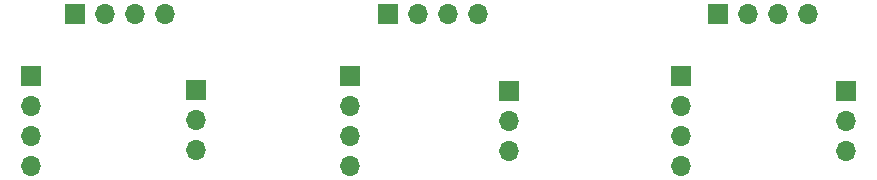
<source format=gbr>
%TF.GenerationSoftware,KiCad,Pcbnew,9.0.0*%
%TF.CreationDate,2025-05-15T14:35:58+07:00*%
%TF.ProjectId,PCB AS5600,50434220-4153-4353-9630-302e6b696361,rev?*%
%TF.SameCoordinates,Original*%
%TF.FileFunction,Soldermask,Top*%
%TF.FilePolarity,Negative*%
%FSLAX46Y46*%
G04 Gerber Fmt 4.6, Leading zero omitted, Abs format (unit mm)*
G04 Created by KiCad (PCBNEW 9.0.0) date 2025-05-15 14:35:58*
%MOMM*%
%LPD*%
G01*
G04 APERTURE LIST*
%ADD10R,1.700000X1.700000*%
%ADD11O,1.700000X1.700000*%
G04 APERTURE END LIST*
D10*
%TO.C,J9*%
X203500000Y-58460000D03*
D11*
X203500000Y-61000000D03*
X203500000Y-63540000D03*
%TD*%
D10*
%TO.C,J3*%
X138200000Y-52000000D03*
D11*
X140740000Y-52000000D03*
X143280000Y-52000000D03*
X145820000Y-52000000D03*
%TD*%
D10*
%TO.C,J4*%
X161500000Y-57200000D03*
D11*
X161500000Y-59740000D03*
X161500000Y-62280000D03*
X161500000Y-64820000D03*
%TD*%
D10*
%TO.C,J2*%
X148500000Y-58420000D03*
D11*
X148500000Y-60960000D03*
X148500000Y-63500000D03*
%TD*%
D10*
%TO.C,J6*%
X175000000Y-58460000D03*
D11*
X175000000Y-61000000D03*
X175000000Y-63540000D03*
%TD*%
D10*
%TO.C,J8*%
X192700000Y-52000000D03*
D11*
X195240000Y-52000000D03*
X197780000Y-52000000D03*
X200320000Y-52000000D03*
%TD*%
D10*
%TO.C,J1*%
X134500000Y-57200000D03*
D11*
X134500000Y-59740000D03*
X134500000Y-62280000D03*
X134500000Y-64820000D03*
%TD*%
D10*
%TO.C,J7*%
X189500000Y-57200000D03*
D11*
X189500000Y-59740000D03*
X189500000Y-62280000D03*
X189500000Y-64820000D03*
%TD*%
D10*
%TO.C,J5*%
X164700000Y-52000000D03*
D11*
X167240000Y-52000000D03*
X169780000Y-52000000D03*
X172320000Y-52000000D03*
%TD*%
M02*

</source>
